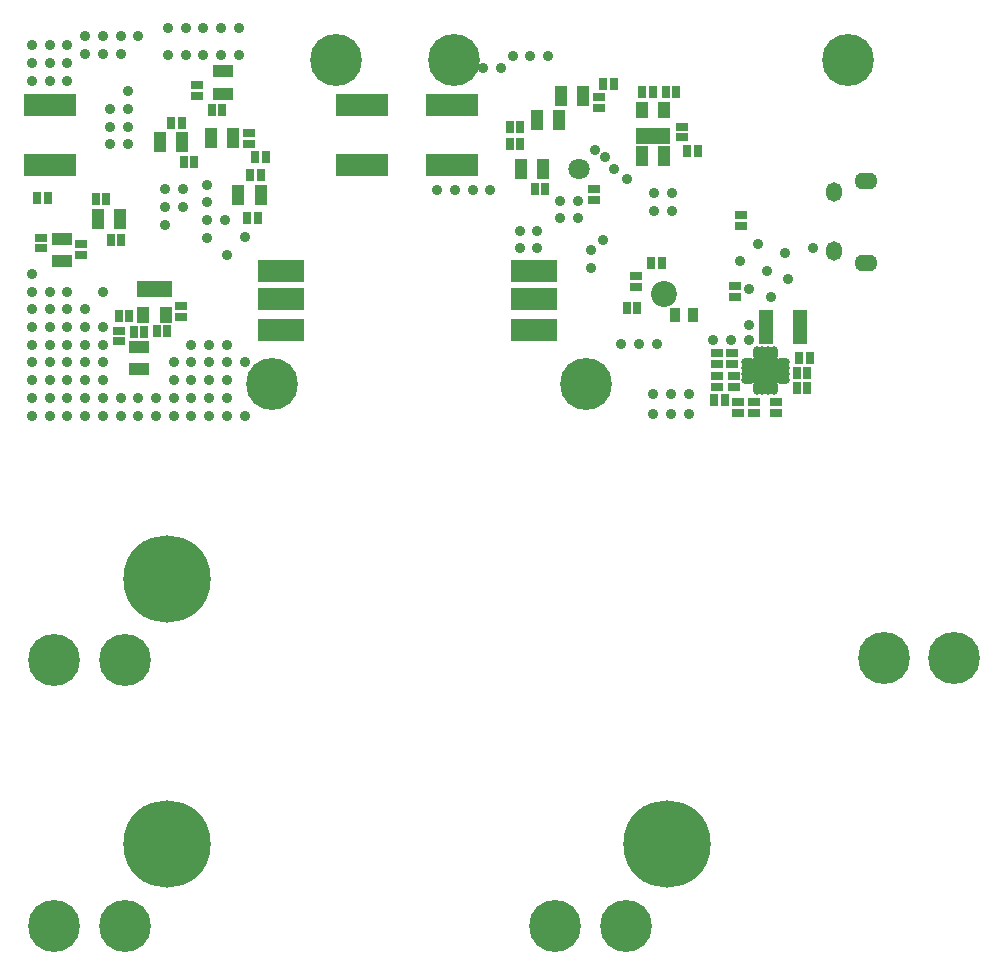
<source format=gbr>
G04 #@! TF.FileFunction,Soldermask,Bot*
%FSLAX46Y46*%
G04 Gerber Fmt 4.6, Leading zero omitted, Abs format (unit mm)*
G04 Created by KiCad (PCBNEW 4.0.2-stable) date Thu 12 May 2016 11:20:09 PM CEST*
%MOMM*%
G01*
G04 APERTURE LIST*
%ADD10C,0.050000*%
%ADD11C,4.400000*%
%ADD12C,7.400000*%
%ADD13C,0.900000*%
%ADD14R,1.000000X0.800000*%
%ADD15R,0.800000X1.000000*%
%ADD16R,1.300000X2.900000*%
%ADD17O,1.150000X0.700000*%
%ADD18O,0.700000X1.150000*%
%ADD19R,1.300000X1.300000*%
%ADD20R,1.100000X1.700000*%
%ADD21R,0.900000X1.300000*%
%ADD22R,1.700000X1.100000*%
%ADD23R,4.464000X1.924000*%
%ADD24R,3.900000X1.900000*%
%ADD25O,1.350000X1.650000*%
%ADD26O,1.950000X1.400000*%
%ADD27R,1.050000X1.460000*%
%ADD28C,1.800000*%
%ADD29C,2.200000*%
%ADD30C,1.500000*%
G04 APERTURE END LIST*
D10*
D11*
X97600000Y-67750000D03*
X103600000Y-67750000D03*
X75800000Y-90400000D03*
X69800000Y-90400000D03*
X33400000Y-90400000D03*
X27400000Y-90400000D03*
X33400000Y-67900000D03*
D12*
X79300000Y-83450000D03*
X36900000Y-83450000D03*
D13*
X86200000Y-39500000D03*
X84700000Y-40800000D03*
X83200000Y-40800000D03*
X86200000Y-40800000D03*
D11*
X45800000Y-44500000D03*
X51200000Y-17100000D03*
D13*
X89550000Y-35670000D03*
X88050000Y-37170000D03*
X91600000Y-33030000D03*
X85480000Y-34140000D03*
X86980000Y-32640000D03*
X86230000Y-36460000D03*
X87730000Y-34960000D03*
X89230000Y-33460000D03*
X81100000Y-47050000D03*
X79600000Y-47050000D03*
X78100000Y-47050000D03*
X81100000Y-45350000D03*
X78100000Y-45350000D03*
X79600000Y-45350000D03*
X78200000Y-28350000D03*
X78200000Y-29850000D03*
X79700000Y-28350000D03*
X79700000Y-29850000D03*
X73850000Y-32350000D03*
X72850000Y-33200000D03*
X72850000Y-34700000D03*
X78400000Y-41100000D03*
X76900000Y-41100000D03*
X75400000Y-41100000D03*
X73200000Y-24750000D03*
X74000000Y-25300000D03*
X74750000Y-26350000D03*
X75850000Y-27150000D03*
X69200000Y-16750000D03*
X66200000Y-16800000D03*
X67700000Y-16800000D03*
X65200000Y-17800000D03*
X63700000Y-17800000D03*
X62800000Y-28100000D03*
X64300000Y-28100000D03*
X59800000Y-28100000D03*
X61300000Y-28100000D03*
X68300000Y-31550000D03*
X66800000Y-31550000D03*
X66800000Y-33050000D03*
X68300000Y-33050000D03*
X71700000Y-30500000D03*
X71700000Y-29000000D03*
X70200000Y-30500000D03*
X70200000Y-29000000D03*
X42000000Y-33600000D03*
X43500000Y-32100000D03*
X40000000Y-14400000D03*
X43000000Y-14400000D03*
X37000000Y-14400000D03*
X41500000Y-14400000D03*
X38500000Y-14400000D03*
X43000000Y-16700000D03*
X41500000Y-16700000D03*
X40000000Y-16700000D03*
X38500000Y-16700000D03*
X37000000Y-16700000D03*
X34500000Y-15100000D03*
X33600000Y-19750000D03*
X33000000Y-16600000D03*
X30000000Y-16600000D03*
X30000000Y-15100000D03*
X33000000Y-15100000D03*
X31500000Y-16600000D03*
X31500000Y-15100000D03*
X27000000Y-18850000D03*
X25500000Y-18850000D03*
X28500000Y-18850000D03*
X28500000Y-15850000D03*
X25500000Y-17350000D03*
X25500000Y-15850000D03*
X27000000Y-15850000D03*
X27000000Y-17350000D03*
X28500000Y-17350000D03*
X25500000Y-45700000D03*
X27000000Y-45700000D03*
X27000000Y-44200000D03*
X25500000Y-44200000D03*
X25500000Y-47200000D03*
X27000000Y-47200000D03*
X30000000Y-41200000D03*
X27000000Y-41200000D03*
X28500000Y-42700000D03*
X25500000Y-41200000D03*
X25500000Y-42700000D03*
X28500000Y-41200000D03*
X27000000Y-42700000D03*
X30000000Y-42700000D03*
X30000000Y-44200000D03*
X28500000Y-44200000D03*
X30000000Y-45700000D03*
X28500000Y-45700000D03*
X30000000Y-47200000D03*
X28500000Y-47200000D03*
X33600000Y-22750000D03*
X33600000Y-21250000D03*
X33600000Y-24250000D03*
X32100000Y-22750000D03*
X32100000Y-21250000D03*
X32100000Y-24250000D03*
X38300000Y-28050000D03*
X38300000Y-29550000D03*
X36800000Y-31050000D03*
X36800000Y-29550000D03*
X36800000Y-28050000D03*
X40350000Y-27650000D03*
X40350000Y-29150000D03*
X40350000Y-32150000D03*
X40350000Y-30650000D03*
X41850000Y-30650000D03*
X42000000Y-44200000D03*
X42000000Y-42700000D03*
X42000000Y-45700000D03*
X42000000Y-47200000D03*
X43500000Y-47200000D03*
X43500000Y-42700000D03*
X40500000Y-45700000D03*
X40500000Y-47200000D03*
X40500000Y-41200000D03*
X39000000Y-41200000D03*
X42000000Y-41200000D03*
X39000000Y-42700000D03*
X37500000Y-44200000D03*
X40500000Y-42700000D03*
X37500000Y-42700000D03*
X39000000Y-44200000D03*
X40500000Y-44200000D03*
X39000000Y-47200000D03*
X37500000Y-45700000D03*
X37500000Y-47200000D03*
X36000000Y-45700000D03*
X36000000Y-47200000D03*
X39000000Y-45700000D03*
X34500000Y-47200000D03*
X34500000Y-45700000D03*
X33000000Y-47200000D03*
X33000000Y-45700000D03*
X31500000Y-45700000D03*
X31500000Y-47200000D03*
X31500000Y-44200000D03*
X25500000Y-35200000D03*
X25500000Y-39700000D03*
X25500000Y-38200000D03*
X25500000Y-36700000D03*
X31500000Y-42700000D03*
X31500000Y-41200000D03*
X31500000Y-39700000D03*
X30000000Y-39700000D03*
X28500000Y-39700000D03*
X27000000Y-39700000D03*
X30000000Y-38200000D03*
X28500000Y-38200000D03*
X27000000Y-38200000D03*
X31500000Y-36700000D03*
X28500000Y-36700000D03*
X27000000Y-36700000D03*
D14*
X26300000Y-32150000D03*
X26300000Y-33050000D03*
X80500000Y-23650000D03*
X80500000Y-22750000D03*
D15*
X79150000Y-19800000D03*
X80050000Y-19800000D03*
X68950000Y-28000000D03*
X68050000Y-28000000D03*
D14*
X73100000Y-28050000D03*
X73100000Y-28950000D03*
D15*
X76750000Y-38100000D03*
X75850000Y-38100000D03*
D16*
X90550000Y-39700000D03*
X87650000Y-39700000D03*
D11*
X61200000Y-17100000D03*
X72400000Y-44500000D03*
X94600000Y-17100000D03*
D15*
X80950000Y-24800000D03*
X81850000Y-24800000D03*
X65950000Y-24200000D03*
X66850000Y-24200000D03*
X74738000Y-19136000D03*
X73838000Y-19136000D03*
D14*
X76600000Y-35400000D03*
X76600000Y-36300000D03*
D15*
X77950000Y-34300000D03*
X78850000Y-34300000D03*
X90250000Y-44900000D03*
X91150000Y-44900000D03*
X90450000Y-42300000D03*
X91350000Y-42300000D03*
D14*
X84800000Y-41900000D03*
X84800000Y-42800000D03*
X83500000Y-43850000D03*
X83500000Y-44750000D03*
X88500000Y-46050000D03*
X88500000Y-46950000D03*
X85300000Y-46050000D03*
X85300000Y-46950000D03*
X84900000Y-44750000D03*
X84900000Y-43850000D03*
D17*
X86125000Y-44150000D03*
X86125000Y-43650000D03*
X86125000Y-43150000D03*
X86125000Y-42650000D03*
D18*
X86850000Y-41925000D03*
X87350000Y-41925000D03*
X87850000Y-41925000D03*
X88350000Y-41925000D03*
D17*
X89075000Y-42650000D03*
X89075000Y-43150000D03*
X89075000Y-43650000D03*
X89075000Y-44150000D03*
D18*
X88350000Y-44875000D03*
X87850000Y-44875000D03*
X87350000Y-44875000D03*
X86850000Y-44875000D03*
D19*
X88050000Y-42950000D03*
X88050000Y-43850000D03*
X87150000Y-42950000D03*
X87150000Y-43850000D03*
D20*
X68258000Y-22184000D03*
X70158000Y-22184000D03*
X72190000Y-20152000D03*
X70290000Y-20152000D03*
X79050000Y-25200000D03*
X77150000Y-25200000D03*
D15*
X66850000Y-22800000D03*
X65950000Y-22800000D03*
D14*
X73526000Y-20268000D03*
X73526000Y-21168000D03*
D15*
X77150000Y-19800000D03*
X78050000Y-19800000D03*
D20*
X68800000Y-26300000D03*
X66900000Y-26300000D03*
D21*
X81450000Y-38700000D03*
X79950000Y-38700000D03*
D14*
X85500000Y-31150000D03*
X85500000Y-30250000D03*
D15*
X90250000Y-43600000D03*
X91150000Y-43600000D03*
D14*
X86600000Y-46050000D03*
X86600000Y-46950000D03*
X83500000Y-41900000D03*
X83500000Y-42800000D03*
D15*
X84150000Y-45900000D03*
X83250000Y-45900000D03*
D20*
X31050000Y-30600000D03*
X32950000Y-30600000D03*
D15*
X30900000Y-28900000D03*
X31800000Y-28900000D03*
D22*
X28000000Y-32250000D03*
X28000000Y-34150000D03*
D15*
X25950000Y-28800000D03*
X26850000Y-28800000D03*
D22*
X34550000Y-41400000D03*
X34550000Y-43300000D03*
D14*
X32900000Y-40000000D03*
X32900000Y-40900000D03*
D22*
X41700000Y-19950000D03*
X41700000Y-18050000D03*
D20*
X38200000Y-24050000D03*
X36300000Y-24050000D03*
D14*
X39450000Y-20150000D03*
X39450000Y-19250000D03*
D15*
X38200000Y-22400000D03*
X37300000Y-22400000D03*
D20*
X44850000Y-28500000D03*
X42950000Y-28500000D03*
X42550000Y-23700000D03*
X40650000Y-23700000D03*
D15*
X44850000Y-26800000D03*
X43950000Y-26800000D03*
D23*
X61080000Y-20928000D03*
X61080000Y-26008000D03*
X27050000Y-20910000D03*
X27050000Y-25990000D03*
X53460000Y-26008000D03*
X53460000Y-20928000D03*
D24*
X68020000Y-34920000D03*
X68020000Y-37320000D03*
X68020000Y-39920000D03*
D25*
X93437460Y-33300900D03*
X93437460Y-28300900D03*
D26*
X96137460Y-34300900D03*
X96137460Y-27300900D03*
D24*
X46620000Y-34920000D03*
X46620000Y-37320000D03*
X46620000Y-39920000D03*
D14*
X85000000Y-36250000D03*
X85000000Y-37150000D03*
D15*
X33050000Y-32300000D03*
X32150000Y-32300000D03*
D14*
X29650000Y-33600000D03*
X29650000Y-32700000D03*
D15*
X36050000Y-40050000D03*
X36950000Y-40050000D03*
D14*
X38100000Y-38850000D03*
X38100000Y-37950000D03*
D15*
X41600000Y-21300000D03*
X40700000Y-21300000D03*
X39250000Y-25700000D03*
X38350000Y-25700000D03*
X43700000Y-30450000D03*
X44600000Y-30450000D03*
X45325000Y-25350000D03*
X44425000Y-25350000D03*
X35000000Y-40100000D03*
X34100000Y-40100000D03*
D27*
X79050000Y-23500000D03*
X78100000Y-23500000D03*
X77150000Y-23500000D03*
X77150000Y-21300000D03*
X79050000Y-21300000D03*
X34907822Y-36500000D03*
X35857822Y-36500000D03*
X36807822Y-36500000D03*
X36807822Y-38700000D03*
X34907822Y-38700000D03*
D15*
X33750000Y-38800000D03*
X32850000Y-38800000D03*
D14*
X43900000Y-24200000D03*
X43900000Y-23300000D03*
D28*
X71800000Y-26300000D03*
D29*
X79000000Y-36900000D03*
D30*
X87600000Y-43450000D03*
D12*
X36900000Y-61000000D03*
D11*
X27400000Y-67900000D03*
M02*

</source>
